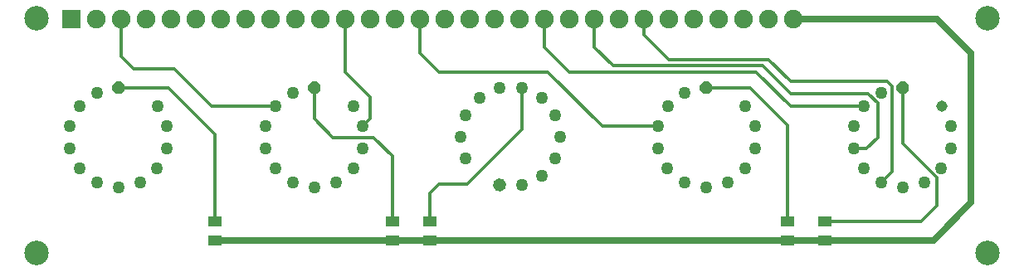
<source format=gtl>
G04*
G04 #@! TF.GenerationSoftware,Altium Limited,Altium Designer,20.0.2 (26)*
G04*
G04 Layer_Physical_Order=1*
G04 Layer_Color=255*
%FSLAX25Y25*%
%MOIN*%
G70*
G01*
G75*
%ADD14C,0.01200*%
%ADD24R,0.05500X0.04000*%
%ADD25C,0.02500*%
%ADD26C,0.07500*%
%ADD27R,0.07500X0.07500*%
%ADD28C,0.09843*%
%ADD29C,0.04500*%
%ADD30P,0.05412X8X22.5*%
%ADD31C,0.05000*%
%ADD32P,0.05412X8X191.3*%
D14*
X367500Y25000D02*
Y36250D01*
X361300Y18800D02*
X367500Y25000D01*
X322500Y18800D02*
X361300D01*
X353746Y50004D02*
X367500Y36250D01*
X353746Y50004D02*
Y72500D01*
X300000Y83750D02*
X308750Y75000D01*
X260000Y83750D02*
X300000Y83750D01*
X250011Y93739D02*
X260000Y83750D01*
X308750Y75000D02*
X347500D01*
X345042Y34494D02*
X349375Y38827D01*
X347500Y75000D02*
X349375Y73125D01*
X250011Y99999D02*
X250011Y93739D01*
X349375Y38827D02*
Y73125D01*
X230000Y99989D02*
X230011Y99999D01*
X230000Y88750D02*
Y99989D01*
X237500Y81250D02*
X297500D01*
X230000Y88750D02*
X237500Y81250D01*
X308750Y70000D02*
X340000D01*
X297500Y81250D02*
X308750Y70000D01*
X340000D02*
X343750Y66250D01*
X339319Y48069D02*
X343750Y52500D01*
Y66250D01*
X334243Y48069D02*
X339319D01*
X210011Y88739D02*
Y99999D01*
Y88739D02*
X220000Y78750D01*
X211250Y78750D02*
X233035Y56965D01*
X167500Y78750D02*
X211250D01*
X160000Y86250D02*
X167500Y78750D01*
X160000Y86250D02*
Y100000D01*
X140000Y59890D02*
Y68750D01*
X130000Y78750D02*
X140000Y68750D01*
X130000Y78750D02*
Y100000D01*
X40000Y85000D02*
Y100000D01*
Y85000D02*
X45000Y80000D01*
X61250D01*
X178750Y33750D02*
X200732Y55732D01*
X167500Y33750D02*
X178750D01*
X200732Y55732D02*
Y72304D01*
X220000Y78750D02*
X295000Y78750D01*
X308772Y64978D02*
X337522D01*
X295000Y78750D02*
X308772Y64978D01*
X307500Y18800D02*
Y57500D01*
X274996Y72500D02*
X292500D01*
X307500Y57500D01*
X233035Y56965D02*
X255501D01*
X163750Y18800D02*
Y30000D01*
X148750Y18800D02*
Y45000D01*
X137007Y56897D02*
X140000Y59890D01*
X77500Y18800D02*
Y53750D01*
X58750Y72500D02*
X77500Y53750D01*
X38746Y72500D02*
X58750D01*
X76250Y65000D02*
X101843D01*
X61250Y80000D02*
X76250Y65000D01*
X77500Y18750D02*
Y18800D01*
X141250Y52500D02*
X148750Y45000D01*
X125000Y52500D02*
X141250D01*
X117496Y72500D02*
X117500Y72496D01*
Y60000D02*
Y72496D01*
Y60000D02*
X125000Y52500D01*
X163750Y30000D02*
X167500Y33750D01*
X101843Y65000D02*
X101866Y64978D01*
D24*
X322500Y18800D02*
D03*
Y11200D02*
D03*
X77500Y18800D02*
D03*
Y11200D02*
D03*
X307500D02*
D03*
Y18800D02*
D03*
X163750Y11200D02*
D03*
Y18800D02*
D03*
X148750D02*
D03*
Y11200D02*
D03*
D25*
X381250Y26250D02*
Y86250D01*
X366200Y11200D02*
X381250Y26250D01*
X322500Y11200D02*
X366200D01*
X367501Y99999D02*
X381250Y86250D01*
X310011Y99999D02*
X367501D01*
X307500Y11200D02*
X322500D01*
X163750D02*
X307500D01*
X148750D02*
X163750D01*
X77500D02*
X148750D01*
D26*
X180011Y99999D02*
D03*
X310011D02*
D03*
X300011D02*
D03*
X290011D02*
D03*
X280011D02*
D03*
X270011D02*
D03*
X250011D02*
D03*
X260011D02*
D03*
X170011Y99999D02*
D03*
X190011Y99999D02*
D03*
X200011D02*
D03*
X210011D02*
D03*
X220011D02*
D03*
X230011D02*
D03*
X240011D02*
D03*
X160000Y100000D02*
D03*
X150000D02*
D03*
X140000D02*
D03*
X130000D02*
D03*
X120000D02*
D03*
X100000D02*
D03*
X110000D02*
D03*
X30000D02*
D03*
X40000D02*
D03*
X50000D02*
D03*
X60000D02*
D03*
X70000D02*
D03*
X80000D02*
D03*
X90000D02*
D03*
D27*
X20000D02*
D03*
D28*
X387795Y100394D02*
D03*
X5906D02*
D03*
X5906Y5906D02*
D03*
X387795D02*
D03*
D29*
X369420Y64923D02*
D03*
D30*
X353746Y72500D02*
D03*
X274996D02*
D03*
X117496D02*
D03*
X38746D02*
D03*
D31*
X345073Y70521D02*
D03*
X338116Y64978D02*
D03*
X334251Y56965D02*
D03*
X334243Y48069D02*
D03*
X338094Y40050D02*
D03*
X345042Y34494D02*
D03*
X353746Y32500D02*
D03*
X362388Y34463D02*
D03*
X369355Y39995D02*
D03*
X373234Y48001D02*
D03*
X373257Y56897D02*
D03*
X290670Y64923D02*
D03*
X266323Y70521D02*
D03*
X259366Y64978D02*
D03*
X255501Y56965D02*
D03*
X255493Y48069D02*
D03*
X259344Y40050D02*
D03*
X266292Y34494D02*
D03*
X274996Y32500D02*
D03*
X283638Y34463D02*
D03*
X290605Y39995D02*
D03*
X294484Y48001D02*
D03*
X294507Y56897D02*
D03*
X133170Y64923D02*
D03*
X108823Y70521D02*
D03*
X101866Y64978D02*
D03*
X98001Y56965D02*
D03*
X97993Y48069D02*
D03*
X101844Y40050D02*
D03*
X108792Y34494D02*
D03*
X117496Y32500D02*
D03*
X126138Y34463D02*
D03*
X133105Y39995D02*
D03*
X136984Y48001D02*
D03*
X137007Y56897D02*
D03*
X54420Y64923D02*
D03*
X30073Y70521D02*
D03*
X23116Y64978D02*
D03*
X19251Y56965D02*
D03*
X19243Y48069D02*
D03*
X23094Y40050D02*
D03*
X30042Y34494D02*
D03*
X38746Y32500D02*
D03*
X47388Y34463D02*
D03*
X54355Y39995D02*
D03*
X58234Y48001D02*
D03*
X58257Y56897D02*
D03*
X176250Y52812D02*
D03*
X178251Y61533D02*
D03*
X183813Y68476D02*
D03*
X191750Y72312D02*
D03*
X200732Y72304D02*
D03*
X208741Y68432D02*
D03*
X214279Y61470D02*
D03*
X214264Y44124D02*
D03*
X208714Y37171D02*
D03*
X200698Y33313D02*
D03*
X178206Y44186D02*
D03*
X216250Y52812D02*
D03*
D32*
X191734Y33329D02*
D03*
M02*

</source>
